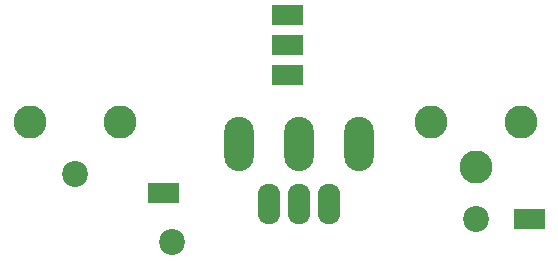
<source format=gbs>
G04 #@! TF.FileFunction,Soldermask,Bot*
%FSLAX46Y46*%
G04 Gerber Fmt 4.6, Leading zero omitted, Abs format (unit mm)*
G04 Created by KiCad (PCBNEW 4.0.6) date 06/08/17 14:58:16*
%MOMM*%
%LPD*%
G01*
G04 APERTURE LIST*
%ADD10C,0.100000*%
%ADD11C,2.797760*%
%ADD12C,2.198320*%
%ADD13O,1.924000X3.448000*%
%ADD14O,2.495500X4.591000*%
%ADD15R,1.370000X1.670000*%
G04 APERTURE END LIST*
D10*
D11*
X103810000Y-101000000D03*
X96190000Y-101000000D03*
D12*
X100000000Y-105447540D03*
X108249920Y-111160000D03*
D11*
X130190000Y-101000000D03*
X137810000Y-101000000D03*
X134000000Y-104810000D03*
D12*
X134000000Y-109255000D03*
D13*
X116460000Y-108000000D03*
X119000000Y-108000000D03*
X121540000Y-108000000D03*
D14*
X124080000Y-102920000D03*
X119000000Y-102920000D03*
X113920000Y-102920000D03*
D15*
X117360000Y-92000000D03*
X118640000Y-92000000D03*
X137860000Y-109250000D03*
X139140000Y-109250000D03*
X108140000Y-107000000D03*
X106860000Y-107000000D03*
X117360000Y-94500000D03*
X118640000Y-94500000D03*
X117360000Y-97000000D03*
X118640000Y-97000000D03*
M02*

</source>
